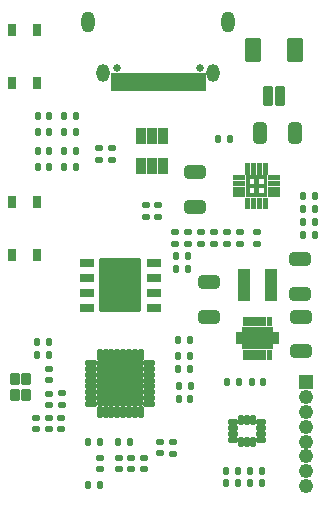
<source format=gbr>
%TF.GenerationSoftware,KiCad,Pcbnew,8.0.3*%
%TF.CreationDate,2024-09-21T17:28:31+02:00*%
%TF.ProjectId,SynchGaze_Transmiter,53796e63-6847-4617-9a65-5f5472616e73,1.0*%
%TF.SameCoordinates,Original*%
%TF.FileFunction,Soldermask,Top*%
%TF.FilePolarity,Negative*%
%FSLAX46Y46*%
G04 Gerber Fmt 4.6, Leading zero omitted, Abs format (unit mm)*
G04 Created by KiCad (PCBNEW 8.0.3) date 2024-09-21 17:28:31*
%MOMM*%
%LPD*%
G01*
G04 APERTURE LIST*
G04 Aperture macros list*
%AMRoundRect*
0 Rectangle with rounded corners*
0 $1 Rounding radius*
0 $2 $3 $4 $5 $6 $7 $8 $9 X,Y pos of 4 corners*
0 Add a 4 corners polygon primitive as box body*
4,1,4,$2,$3,$4,$5,$6,$7,$8,$9,$2,$3,0*
0 Add four circle primitives for the rounded corners*
1,1,$1+$1,$2,$3*
1,1,$1+$1,$4,$5*
1,1,$1+$1,$6,$7*
1,1,$1+$1,$8,$9*
0 Add four rect primitives between the rounded corners*
20,1,$1+$1,$2,$3,$4,$5,0*
20,1,$1+$1,$4,$5,$6,$7,0*
20,1,$1+$1,$6,$7,$8,$9,0*
20,1,$1+$1,$8,$9,$2,$3,0*%
G04 Aperture macros list end*
%ADD10C,0.000000*%
%ADD11C,0.010000*%
%ADD12RoundRect,0.135000X0.185000X-0.135000X0.185000X0.135000X-0.185000X0.135000X-0.185000X-0.135000X0*%
%ADD13RoundRect,0.140000X0.140000X0.170000X-0.140000X0.170000X-0.140000X-0.170000X0.140000X-0.170000X0*%
%ADD14RoundRect,0.140000X-0.140000X-0.170000X0.140000X-0.170000X0.140000X0.170000X-0.140000X0.170000X0*%
%ADD15RoundRect,0.135000X-0.185000X0.135000X-0.185000X-0.135000X0.185000X-0.135000X0.185000X0.135000X0*%
%ADD16RoundRect,0.147500X-0.147500X-0.172500X0.147500X-0.172500X0.147500X0.172500X-0.147500X0.172500X0*%
%ADD17RoundRect,0.135000X0.135000X0.185000X-0.135000X0.185000X-0.135000X-0.185000X0.135000X-0.185000X0*%
%ADD18RoundRect,0.135000X-0.135000X-0.185000X0.135000X-0.185000X0.135000X0.185000X-0.135000X0.185000X0*%
%ADD19RoundRect,0.250000X-0.650000X0.325000X-0.650000X-0.325000X0.650000X-0.325000X0.650000X0.325000X0*%
%ADD20RoundRect,0.055580X0.341420X-0.651420X0.341420X0.651420X-0.341420X0.651420X-0.341420X-0.651420X0*%
%ADD21RoundRect,0.140000X0.170000X-0.140000X0.170000X0.140000X-0.170000X0.140000X-0.170000X-0.140000X0*%
%ADD22R,0.711200X0.990600*%
%ADD23RoundRect,0.250000X0.650000X-0.325000X0.650000X0.325000X-0.650000X0.325000X-0.650000X-0.325000X0*%
%ADD24RoundRect,0.080500X-0.541500X-0.241500X0.541500X-0.241500X0.541500X0.241500X-0.541500X0.241500X0*%
%ADD25RoundRect,0.102000X-1.700000X-2.150000X1.700000X-2.150000X1.700000X2.150000X-1.700000X2.150000X0*%
%ADD26RoundRect,0.140000X-0.170000X0.140000X-0.170000X-0.140000X0.170000X-0.140000X0.170000X0.140000X0*%
%ADD27RoundRect,0.102000X-0.300000X0.775000X-0.300000X-0.775000X0.300000X-0.775000X0.300000X0.775000X0*%
%ADD28RoundRect,0.102000X-0.600000X0.900000X-0.600000X-0.900000X0.600000X-0.900000X0.600000X0.900000X0*%
%ADD29R,0.280000X0.850000*%
%ADD30R,0.850000X0.280000*%
%ADD31RoundRect,0.102000X0.350000X0.375000X-0.350000X0.375000X-0.350000X-0.375000X0.350000X-0.375000X0*%
%ADD32R,1.000000X2.750000*%
%ADD33RoundRect,0.147500X-0.172500X0.147500X-0.172500X-0.147500X0.172500X-0.147500X0.172500X0.147500X0*%
%ADD34RoundRect,0.076200X-0.529000X0.529000X-0.529000X-0.529000X0.529000X-0.529000X0.529000X0.529000X0*%
%ADD35C,1.210400*%
%ADD36RoundRect,0.250000X-0.325000X-0.650000X0.325000X-0.650000X0.325000X0.650000X-0.325000X0.650000X0*%
%ADD37C,0.650000*%
%ADD38RoundRect,0.102000X0.400000X0.700000X-0.400000X0.700000X-0.400000X-0.700000X0.400000X-0.700000X0*%
%ADD39RoundRect,0.102000X0.150000X0.700000X-0.150000X0.700000X-0.150000X-0.700000X0.150000X-0.700000X0*%
%ADD40O,1.104000X1.804000*%
%ADD41O,1.104000X1.504000*%
%ADD42RoundRect,0.102000X-0.300000X-0.175000X0.300000X-0.175000X0.300000X0.175000X-0.300000X0.175000X0*%
%ADD43RoundRect,0.102000X0.175000X-0.300000X0.175000X0.300000X-0.175000X0.300000X-0.175000X-0.300000X0*%
%ADD44RoundRect,0.059250X0.177750X-0.447750X0.177750X0.447750X-0.177750X0.447750X-0.177750X-0.447750X0*%
%ADD45RoundRect,0.059250X0.447750X-0.177750X0.447750X0.177750X-0.447750X0.177750X-0.447750X-0.177750X0*%
%ADD46RoundRect,0.102000X1.850000X-1.850000X1.850000X1.850000X-1.850000X1.850000X-1.850000X-1.850000X0*%
G04 APERTURE END LIST*
D10*
%TO.C,U301*%
G36*
X160563596Y-63746807D02*
G01*
X159574405Y-63746807D01*
X159574406Y-63327615D01*
X160563596Y-63327615D01*
X160563596Y-63746807D01*
G37*
G36*
X160563596Y-64747059D02*
G01*
X159574405Y-64747059D01*
X159574406Y-64327867D01*
X160563596Y-64327867D01*
X160563596Y-64747059D01*
G37*
G36*
X160563596Y-64246933D02*
G01*
X159574406Y-64246933D01*
X159574405Y-63827741D01*
X160563596Y-63827741D01*
X160563596Y-64246933D01*
G37*
G36*
X160563596Y-65247185D02*
G01*
X159574406Y-65247185D01*
X159574405Y-64827993D01*
X160563596Y-64827993D01*
X160563596Y-65247185D01*
G37*
G36*
X161003596Y-66256995D02*
G01*
X160584402Y-66256995D01*
X160584403Y-65267804D01*
X161003597Y-65267804D01*
X161003596Y-66256995D01*
G37*
G36*
X161003597Y-63306996D02*
G01*
X160584403Y-63306996D01*
X160584402Y-62317805D01*
X161003596Y-62317805D01*
X161003597Y-63306996D01*
G37*
G36*
X162457500Y-63693700D02*
G01*
X160630500Y-63693700D01*
X160630500Y-63373900D01*
X162457500Y-63373900D01*
X162457500Y-63693700D01*
G37*
G36*
X162457500Y-64481101D02*
G01*
X160630500Y-64481101D01*
X160630500Y-64093699D01*
X162457500Y-64093699D01*
X162457500Y-64481101D01*
G37*
G36*
X160950300Y-65200900D02*
G01*
X160630500Y-65200900D01*
X160630500Y-63373900D01*
X160950300Y-63373900D01*
X160950300Y-65200900D01*
G37*
G36*
X162457500Y-65200900D02*
G01*
X160630500Y-65200900D01*
X160630500Y-64881100D01*
X162457500Y-64881100D01*
X162457500Y-65200900D01*
G37*
G36*
X161503596Y-63306996D02*
G01*
X161084405Y-63306996D01*
X161084405Y-62317805D01*
X161503596Y-62317805D01*
X161503596Y-63306996D01*
G37*
G36*
X161503596Y-66256995D02*
G01*
X161084405Y-66256995D01*
X161084405Y-65267804D01*
X161503596Y-65267804D01*
X161503596Y-66256995D01*
G37*
G36*
X161737701Y-65200900D02*
G01*
X161350299Y-65200900D01*
X161350299Y-63373900D01*
X161737701Y-63373900D01*
X161737701Y-65200900D01*
G37*
G36*
X162003595Y-63306996D02*
G01*
X161584404Y-63306996D01*
X161584404Y-62317805D01*
X162003595Y-62317805D01*
X162003595Y-63306996D01*
G37*
G36*
X162003595Y-66256995D02*
G01*
X161584404Y-66256995D01*
X161584404Y-65267804D01*
X162003595Y-65267804D01*
X162003595Y-66256995D01*
G37*
G36*
X162503597Y-63306996D02*
G01*
X162084403Y-63306996D01*
X162084404Y-62317805D01*
X162503598Y-62317805D01*
X162503597Y-63306996D01*
G37*
G36*
X162503598Y-66256995D02*
G01*
X162084404Y-66256995D01*
X162084403Y-65267804D01*
X162503597Y-65267804D01*
X162503598Y-66256995D01*
G37*
G36*
X162457500Y-65200900D02*
G01*
X162137700Y-65200900D01*
X162137700Y-63373900D01*
X162457500Y-63373900D01*
X162457500Y-65200900D01*
G37*
G36*
X163513595Y-63746807D02*
G01*
X162524404Y-63746807D01*
X162524404Y-63327615D01*
X163513594Y-63327615D01*
X163513595Y-63746807D01*
G37*
G36*
X163513594Y-64246933D02*
G01*
X162524404Y-64246933D01*
X162524404Y-63827741D01*
X163513595Y-63827741D01*
X163513594Y-64246933D01*
G37*
G36*
X163513595Y-64747059D02*
G01*
X162524404Y-64747059D01*
X162524404Y-64327867D01*
X163513594Y-64327867D01*
X163513595Y-64747059D01*
G37*
G36*
X163513594Y-65247185D02*
G01*
X162524404Y-65247185D01*
X162524404Y-64827993D01*
X163513595Y-64827993D01*
X163513594Y-65247185D01*
G37*
D11*
%TO.C,U302*%
X160784801Y-78884400D02*
X160404800Y-78884400D01*
X160404800Y-78144400D01*
X160784800Y-78144399D01*
X160784801Y-78884400D01*
G36*
X160784801Y-78884400D02*
G01*
X160404800Y-78884400D01*
X160404800Y-78144400D01*
X160784800Y-78144399D01*
X160784801Y-78884400D01*
G37*
X160784800Y-76084401D02*
X160404800Y-76084400D01*
X160404800Y-75344400D01*
X160784801Y-75344400D01*
X160784800Y-76084401D01*
G36*
X160784800Y-76084401D02*
G01*
X160404800Y-76084400D01*
X160404800Y-75344400D01*
X160784801Y-75344400D01*
X160784800Y-76084401D01*
G37*
X161284800Y-76084400D02*
X160904800Y-76084400D01*
X160904800Y-75344400D01*
X161284800Y-75344400D01*
X161284800Y-76084400D01*
G36*
X161284800Y-76084400D02*
G01*
X160904800Y-76084400D01*
X160904800Y-75344400D01*
X161284800Y-75344400D01*
X161284800Y-76084400D01*
G37*
X161284800Y-78884400D02*
X160904800Y-78884400D01*
X160904800Y-78144400D01*
X161284800Y-78144400D01*
X161284800Y-78884400D01*
G36*
X161284800Y-78884400D02*
G01*
X160904800Y-78884400D01*
X160904800Y-78144400D01*
X161284800Y-78144400D01*
X161284800Y-78884400D01*
G37*
X161784800Y-76084400D02*
X161404800Y-76084400D01*
X161404800Y-75344400D01*
X161784800Y-75344400D01*
X161784800Y-76084400D01*
G36*
X161784800Y-76084400D02*
G01*
X161404800Y-76084400D01*
X161404800Y-75344400D01*
X161784800Y-75344400D01*
X161784800Y-76084400D01*
G37*
X161784800Y-78884400D02*
X161404800Y-78884400D01*
X161404800Y-78144400D01*
X161784800Y-78144400D01*
X161784800Y-78884400D01*
G36*
X161784800Y-78884400D02*
G01*
X161404800Y-78884400D01*
X161404800Y-78144400D01*
X161784800Y-78144400D01*
X161784800Y-78884400D01*
G37*
X162284800Y-76084400D02*
X161904800Y-76084400D01*
X161904800Y-75344400D01*
X162284800Y-75344400D01*
X162284800Y-76084400D01*
G36*
X162284800Y-76084400D02*
G01*
X161904800Y-76084400D01*
X161904800Y-75344400D01*
X162284800Y-75344400D01*
X162284800Y-76084400D01*
G37*
X162284800Y-78884400D02*
X161904800Y-78884400D01*
X161904800Y-78144400D01*
X162284800Y-78144400D01*
X162284800Y-78884400D01*
G36*
X162284800Y-78884400D02*
G01*
X161904800Y-78884400D01*
X161904800Y-78144400D01*
X162284800Y-78144400D01*
X162284800Y-78884400D01*
G37*
X162784800Y-76084400D02*
X162404800Y-76084401D01*
X162404799Y-75344400D01*
X162784800Y-75344400D01*
X162784800Y-76084400D01*
G36*
X162784800Y-76084400D02*
G01*
X162404800Y-76084401D01*
X162404799Y-75344400D01*
X162784800Y-75344400D01*
X162784800Y-76084400D01*
G37*
X162784800Y-78144400D02*
X162784800Y-78884400D01*
X162404799Y-78884400D01*
X162404800Y-78144399D01*
X162784800Y-78144400D01*
G36*
X162784800Y-78144400D02*
G01*
X162784800Y-78884400D01*
X162404799Y-78884400D01*
X162404800Y-78144399D01*
X162784800Y-78144400D01*
G37*
X162864800Y-76669400D02*
X163364800Y-76669399D01*
X163364800Y-77059400D01*
X162864800Y-77059401D01*
X162864800Y-77169399D01*
X163364800Y-77169400D01*
X163364800Y-77559401D01*
X162864800Y-77559400D01*
X162864800Y-78009400D01*
X160324800Y-78009400D01*
X160324800Y-77559400D01*
X159824800Y-77559401D01*
X159824800Y-77169400D01*
X160324800Y-77169399D01*
X160324800Y-77059401D01*
X159824800Y-77059400D01*
X159824800Y-76669399D01*
X160324800Y-76669400D01*
X160324800Y-76219400D01*
X162864800Y-76219400D01*
X162864800Y-76669400D01*
G36*
X162864800Y-76669400D02*
G01*
X163364800Y-76669399D01*
X163364800Y-77059400D01*
X162864800Y-77059401D01*
X162864800Y-77169399D01*
X163364800Y-77169400D01*
X163364800Y-77559401D01*
X162864800Y-77559400D01*
X162864800Y-78009400D01*
X160324800Y-78009400D01*
X160324800Y-77559400D01*
X159824800Y-77559401D01*
X159824800Y-77169400D01*
X160324800Y-77169399D01*
X160324800Y-77059401D01*
X159824800Y-77059400D01*
X159824800Y-76669399D01*
X160324800Y-76669400D01*
X160324800Y-76219400D01*
X162864800Y-76219400D01*
X162864800Y-76669400D01*
G37*
%TD*%
D12*
%TO.C,R205*%
X153212801Y-66905599D03*
X153212801Y-65885601D03*
%TD*%
D13*
%TO.C,C219*%
X148257200Y-89559800D03*
X147297200Y-89559800D03*
%TD*%
D14*
%TO.C,C212*%
X154739400Y-71272401D03*
X155699400Y-71272401D03*
%TD*%
D15*
%TO.C,R305*%
X157911800Y-68169600D03*
X157911800Y-69189598D03*
%TD*%
D16*
%TO.C,D302*%
X143030000Y-59700000D03*
X144000000Y-59700000D03*
%TD*%
D17*
%TO.C,R314*%
X166473599Y-68427600D03*
X165453601Y-68427600D03*
%TD*%
D14*
%TO.C,C204*%
X154930200Y-82320800D03*
X155890200Y-82320800D03*
%TD*%
D18*
%TO.C,R212*%
X154900200Y-78688600D03*
X155920200Y-78688600D03*
%TD*%
D19*
%TO.C,C305*%
X156337000Y-63066400D03*
X156337000Y-66016400D03*
%TD*%
D14*
%TO.C,C203*%
X154904800Y-77292200D03*
X155864800Y-77292200D03*
%TD*%
D20*
%TO.C,U203*%
X151754801Y-62545200D03*
X152704800Y-62545200D03*
X153654799Y-62545200D03*
X153654799Y-60035200D03*
X152704800Y-60035200D03*
X151754801Y-60035200D03*
%TD*%
D17*
%TO.C,R210*%
X162003199Y-89433400D03*
X160983201Y-89433400D03*
%TD*%
D18*
%TO.C,R207*%
X154925600Y-81254000D03*
X155945600Y-81254000D03*
%TD*%
D21*
%TO.C,C208*%
X152006601Y-88236400D03*
X152006601Y-87276400D03*
%TD*%
D22*
%TO.C,SW202*%
X140825001Y-70150001D03*
X142974999Y-70150001D03*
X140825001Y-65649999D03*
X142974999Y-65649999D03*
%TD*%
D13*
%TO.C,C216*%
X159941200Y-88366600D03*
X158981200Y-88366600D03*
%TD*%
D22*
%TO.C,SW201*%
X142974999Y-51049999D03*
X140825001Y-51049999D03*
X142974999Y-55550001D03*
X140825001Y-55550001D03*
%TD*%
D23*
%TO.C,C301*%
X157505400Y-75338201D03*
X157505400Y-72388199D03*
%TD*%
D24*
%TO.C,U202*%
X147167400Y-70789800D03*
X147167400Y-72059800D03*
X147167400Y-73329800D03*
X147167400Y-74599800D03*
X152857400Y-74599800D03*
X152857400Y-73329800D03*
X152857400Y-72059800D03*
X152857400Y-70789800D03*
D25*
X150012400Y-72694800D03*
%TD*%
D15*
%TO.C,R312*%
X154635200Y-68171601D03*
X154635200Y-69191599D03*
%TD*%
D26*
%TO.C,C201*%
X142862599Y-83923600D03*
X142862599Y-84883600D03*
%TD*%
D27*
%TO.C,BT301*%
X163499999Y-56675000D03*
X162500001Y-56675000D03*
D28*
X164800000Y-52800000D03*
X161200000Y-52800000D03*
%TD*%
D13*
%TO.C,C218*%
X148257200Y-85953000D03*
X147297200Y-85953000D03*
%TD*%
D21*
%TO.C,C207*%
X150939800Y-88236400D03*
X150939800Y-87276400D03*
%TD*%
D29*
%TO.C,U301*%
X160793999Y-65762401D03*
X161294000Y-65762401D03*
X161794000Y-65762401D03*
X162294001Y-65762401D03*
D30*
X163019001Y-65037589D03*
X163019001Y-64537463D03*
X163019001Y-64037337D03*
X163019001Y-63537211D03*
D29*
X162294001Y-62812399D03*
X161794000Y-62812399D03*
X161294000Y-62812399D03*
X160793999Y-62812399D03*
D30*
X160068999Y-63537211D03*
X160068999Y-64037337D03*
X160068999Y-64537463D03*
X160068999Y-65037589D03*
%TD*%
D17*
%TO.C,R311*%
X159259999Y-60325000D03*
X158240001Y-60325000D03*
%TD*%
D18*
%TO.C,R209*%
X142949200Y-78587600D03*
X143969200Y-78587600D03*
%TD*%
D26*
%TO.C,C210*%
X143929400Y-79732600D03*
X143929400Y-80692600D03*
%TD*%
D15*
%TO.C,R304*%
X156819600Y-68169600D03*
X156819600Y-69189598D03*
%TD*%
%TO.C,R310*%
X155752800Y-68171600D03*
X155752800Y-69191598D03*
%TD*%
D31*
%TO.C,X201*%
X142045300Y-81955000D03*
X142045300Y-80605000D03*
X141045302Y-80605000D03*
X141045302Y-81955000D03*
%TD*%
D14*
%TO.C,C206*%
X149824800Y-85953000D03*
X150784800Y-85953000D03*
%TD*%
D32*
%TO.C,L301*%
X160444800Y-72644000D03*
X162744800Y-72644000D03*
%TD*%
D16*
%TO.C,D301*%
X143025000Y-58379199D03*
X143995000Y-58379199D03*
%TD*%
D12*
%TO.C,R303*%
X159004000Y-69189598D03*
X159004000Y-68169600D03*
%TD*%
D17*
%TO.C,R306*%
X146285599Y-58379200D03*
X145265601Y-58379200D03*
%TD*%
D33*
%TO.C,L201*%
X149847600Y-87271400D03*
X149847600Y-88241400D03*
%TD*%
D17*
%TO.C,R307*%
X146285599Y-59700000D03*
X145265601Y-59700000D03*
%TD*%
%TO.C,R316*%
X146276099Y-61325599D03*
X145256101Y-61325599D03*
%TD*%
D14*
%TO.C,C302*%
X161140200Y-80873600D03*
X162100200Y-80873600D03*
%TD*%
D26*
%TO.C,C202*%
X144996200Y-83918400D03*
X144996200Y-84878400D03*
%TD*%
D17*
%TO.C,R308*%
X166473599Y-65151000D03*
X165453601Y-65151000D03*
%TD*%
D26*
%TO.C,C205*%
X143929400Y-83923600D03*
X143929400Y-84883600D03*
%TD*%
D17*
%TO.C,R313*%
X166473599Y-66243200D03*
X165453601Y-66243200D03*
%TD*%
D16*
%TO.C,D304*%
X143020500Y-61325599D03*
X143990500Y-61325599D03*
%TD*%
D21*
%TO.C,C209*%
X143929400Y-82826200D03*
X143929400Y-81866200D03*
%TD*%
D12*
%TO.C,R203*%
X149310000Y-62079599D03*
X149310000Y-61059601D03*
%TD*%
D14*
%TO.C,C217*%
X154917200Y-79756000D03*
X155877200Y-79756000D03*
%TD*%
D17*
%TO.C,R208*%
X143969199Y-77517800D03*
X142949201Y-77517800D03*
%TD*%
D15*
%TO.C,R302*%
X160096200Y-68171600D03*
X160096200Y-69191598D03*
%TD*%
D12*
%TO.C,R206*%
X152146000Y-66905599D03*
X152146000Y-65885601D03*
%TD*%
D26*
%TO.C,C307*%
X161544000Y-68201600D03*
X161544000Y-69161600D03*
%TD*%
D14*
%TO.C,C213*%
X154739400Y-70205600D03*
X155699400Y-70205600D03*
%TD*%
D34*
%TO.C,J202*%
X165735000Y-80912000D03*
D35*
X165735000Y-82162000D03*
X165735000Y-83412000D03*
X165735000Y-84662000D03*
X165735000Y-85912000D03*
X165735000Y-87162000D03*
X165735000Y-88412000D03*
X165735000Y-89662000D03*
%TD*%
D15*
%TO.C,R202*%
X154445000Y-85925601D03*
X154445000Y-86945599D03*
%TD*%
D36*
%TO.C,C306*%
X161847000Y-59766200D03*
X164797000Y-59766200D03*
%TD*%
D19*
%TO.C,C304*%
X165277800Y-75336400D03*
X165277800Y-78286402D03*
%TD*%
D16*
%TO.C,D303*%
X143020500Y-62671799D03*
X143990500Y-62671799D03*
%TD*%
D37*
%TO.C,J201*%
X156710850Y-54250000D03*
X149710850Y-54250000D03*
D38*
X156710850Y-55500000D03*
X155710850Y-55500001D03*
D39*
X154460850Y-55500000D03*
X153460850Y-55500000D03*
X152960850Y-55500000D03*
X151960850Y-55500000D03*
D38*
X150710850Y-55500001D03*
X149710850Y-55500000D03*
D39*
X151460851Y-55500000D03*
X152460849Y-55500000D03*
X153960851Y-55500000D03*
X154960849Y-55500000D03*
D40*
X159130850Y-50400000D03*
X147290850Y-50400000D03*
D41*
X157860850Y-54720000D03*
X148560850Y-54720000D03*
%TD*%
D12*
%TO.C,R201*%
X145021600Y-82856199D03*
X145021600Y-81836201D03*
%TD*%
D17*
%TO.C,R315*%
X146276099Y-62671799D03*
X145256101Y-62671799D03*
%TD*%
D42*
%TO.C,U204*%
X159571200Y-84263800D03*
X159571200Y-84763800D03*
X159571200Y-85263800D03*
X159571200Y-85763800D03*
D43*
X160231200Y-85923800D03*
X160731200Y-85923800D03*
X161231200Y-85923800D03*
D42*
X161891200Y-85763800D03*
X161891200Y-85263800D03*
X161891200Y-84763800D03*
X161891200Y-84263800D03*
D43*
X161231200Y-84103800D03*
X160731200Y-84103800D03*
X160231200Y-84103800D03*
%TD*%
D13*
%TO.C,C215*%
X161973200Y-88366600D03*
X161013200Y-88366600D03*
%TD*%
D18*
%TO.C,R301*%
X159052801Y-80873600D03*
X160072799Y-80873600D03*
%TD*%
D26*
%TO.C,C211*%
X153378200Y-85955600D03*
X153378200Y-86915600D03*
%TD*%
D17*
%TO.C,R309*%
X166473599Y-67335400D03*
X165453601Y-67335400D03*
%TD*%
D12*
%TO.C,R204*%
X148234400Y-62079599D03*
X148234400Y-61059601D03*
%TD*%
D44*
%TO.C,U201*%
X148250000Y-83450000D03*
X148750000Y-83450000D03*
X149250000Y-83450000D03*
X149750000Y-83450000D03*
X150250000Y-83450000D03*
X150750000Y-83450000D03*
X151250000Y-83450000D03*
X151750000Y-83450000D03*
D45*
X152450000Y-82750000D03*
X152450000Y-82250000D03*
X152450000Y-81750000D03*
X152450000Y-81250000D03*
X152450000Y-80750000D03*
X152450000Y-80250000D03*
X152450000Y-79750000D03*
X152450000Y-79250000D03*
D44*
X151750000Y-78550000D03*
X151250000Y-78550000D03*
X150750000Y-78550000D03*
X150250000Y-78550000D03*
X149750000Y-78550000D03*
X149250000Y-78550000D03*
X148750000Y-78550000D03*
X148250000Y-78550000D03*
D45*
X147550000Y-79250000D03*
X147550000Y-79750000D03*
X147550000Y-80250000D03*
X147550000Y-80750000D03*
X147550000Y-81250000D03*
X147550000Y-81750000D03*
X147550000Y-82250000D03*
X147550000Y-82750000D03*
D46*
X150000000Y-81000000D03*
%TD*%
D13*
%TO.C,C214*%
X159941200Y-89433400D03*
X158981200Y-89433400D03*
%TD*%
D33*
%TO.C,L202*%
X148259800Y-87271400D03*
X148259800Y-88241400D03*
%TD*%
D23*
%TO.C,C303*%
X165252400Y-73435002D03*
X165252400Y-70485000D03*
%TD*%
M02*

</source>
